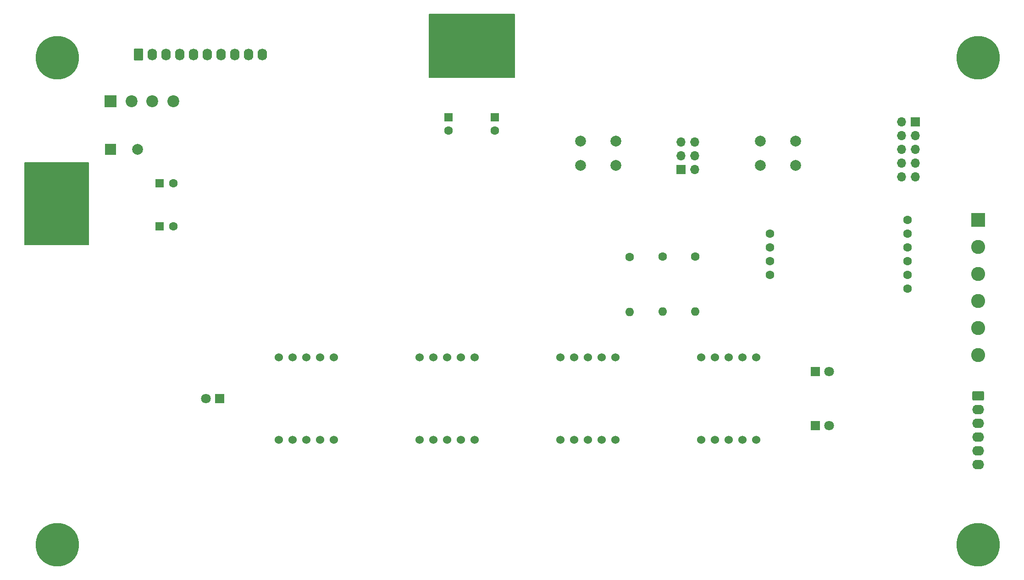
<source format=gbr>
%TF.GenerationSoftware,KiCad,Pcbnew,(6.0.2)*%
%TF.CreationDate,2022-02-26T12:49:07-05:00*%
%TF.ProjectId,digiMatex_DS410,64696769-4d61-4746-9578-5f4453343130,A*%
%TF.SameCoordinates,PX2ebae40PY2255100*%
%TF.FileFunction,Soldermask,Top*%
%TF.FilePolarity,Negative*%
%FSLAX46Y46*%
G04 Gerber Fmt 4.6, Leading zero omitted, Abs format (unit mm)*
G04 Created by KiCad (PCBNEW (6.0.2)) date 2022-02-26 12:49:07*
%MOMM*%
%LPD*%
G01*
G04 APERTURE LIST*
G04 Aperture macros list*
%AMRoundRect*
0 Rectangle with rounded corners*
0 $1 Rounding radius*
0 $2 $3 $4 $5 $6 $7 $8 $9 X,Y pos of 4 corners*
0 Add a 4 corners polygon primitive as box body*
4,1,4,$2,$3,$4,$5,$6,$7,$8,$9,$2,$3,0*
0 Add four circle primitives for the rounded corners*
1,1,$1+$1,$2,$3*
1,1,$1+$1,$4,$5*
1,1,$1+$1,$6,$7*
1,1,$1+$1,$8,$9*
0 Add four rect primitives between the rounded corners*
20,1,$1+$1,$2,$3,$4,$5,0*
20,1,$1+$1,$4,$5,$6,$7,0*
20,1,$1+$1,$6,$7,$8,$9,0*
20,1,$1+$1,$8,$9,$2,$3,0*%
G04 Aperture macros list end*
%ADD10C,0.150000*%
%ADD11C,1.600000*%
%ADD12O,1.600000X1.600000*%
%ADD13C,1.524000*%
%ADD14R,1.600000X1.600000*%
%ADD15R,1.700000X1.700000*%
%ADD16O,1.700000X1.700000*%
%ADD17R,1.800000X1.800000*%
%ADD18C,1.800000*%
%ADD19C,8.000000*%
%ADD20C,2.000000*%
%ADD21R,2.600000X2.600000*%
%ADD22C,2.600000*%
%ADD23C,2.200000*%
%ADD24R,2.200000X2.200000*%
%ADD25RoundRect,0.250000X-0.845000X0.620000X-0.845000X-0.620000X0.845000X-0.620000X0.845000X0.620000X0*%
%ADD26O,2.190000X1.740000*%
%ADD27R,2.000000X2.000000*%
%ADD28RoundRect,0.250000X-0.620000X-0.845000X0.620000X-0.845000X0.620000X0.845000X-0.620000X0.845000X0*%
%ADD29O,1.740000X2.190000*%
G04 APERTURE END LIST*
D10*
X74700000Y-13000000D02*
X90400000Y-13000000D01*
X90400000Y-13000000D02*
X90400000Y-24700000D01*
X90400000Y-24700000D02*
X74700000Y-24700000D01*
X74700000Y-24700000D02*
X74700000Y-13000000D01*
G36*
X74700000Y-13000000D02*
G01*
X90400000Y-13000000D01*
X90400000Y-24700000D01*
X74700000Y-24700000D01*
X74700000Y-13000000D01*
G37*
X0Y-40400000D02*
X11800000Y-40400000D01*
X11800000Y-40400000D02*
X11800000Y-55600000D01*
X11800000Y-55600000D02*
X0Y-55600000D01*
X0Y-55600000D02*
X0Y-40400000D01*
G36*
X0Y-40400000D02*
G01*
X11800000Y-40400000D01*
X11800000Y-55600000D01*
X0Y-55600000D01*
X0Y-40400000D01*
G37*
D11*
%TO.C,R7*%
X111700000Y-57850000D03*
D12*
X111700000Y-68010000D03*
%TD*%
D11*
%TO.C,R6*%
X123800000Y-57820000D03*
D12*
X123800000Y-67980000D03*
%TD*%
%TO.C,R3*%
X117750000Y-67980000D03*
D11*
X117750000Y-57820000D03*
%TD*%
D13*
%TO.C,D4*%
X72920000Y-91620000D03*
X75460000Y-91620000D03*
X78000000Y-91620000D03*
X80540000Y-91620000D03*
X83080000Y-91620000D03*
X83080000Y-76380000D03*
X80540000Y-76380000D03*
X78000000Y-76380000D03*
X75460000Y-76380000D03*
X72920000Y-76380000D03*
%TD*%
D14*
%TO.C,C9*%
X78200000Y-32000000D03*
D11*
X78200000Y-34500000D03*
%TD*%
D14*
%TO.C,C10*%
X86800000Y-32000000D03*
D11*
X86800000Y-34500000D03*
%TD*%
D15*
%TO.C,J3*%
X121175000Y-41725000D03*
D16*
X123715000Y-41725000D03*
X121175000Y-39185000D03*
X123715000Y-39185000D03*
X121175000Y-36645000D03*
X123715000Y-36645000D03*
%TD*%
D17*
%TO.C,D8*%
X146000000Y-89000000D03*
D18*
X148540000Y-89000000D03*
%TD*%
D17*
%TO.C,D6*%
X146000000Y-79000000D03*
D18*
X148540000Y-79000000D03*
%TD*%
D17*
%TO.C,D7*%
X36000000Y-84000000D03*
D18*
X33460000Y-84000000D03*
%TD*%
D13*
%TO.C,D5*%
X46920000Y-91620000D03*
X49460000Y-91620000D03*
X52000000Y-91620000D03*
X54540000Y-91620000D03*
X57080000Y-91620000D03*
X57080000Y-76380000D03*
X54540000Y-76380000D03*
X52000000Y-76380000D03*
X49460000Y-76380000D03*
X46920000Y-76380000D03*
%TD*%
D19*
%TO.C,H1*%
X6000000Y-21000000D03*
%TD*%
D13*
%TO.C,D2*%
X124920000Y-91620000D03*
X127460000Y-91620000D03*
X130000000Y-91620000D03*
X132540000Y-91620000D03*
X135080000Y-91620000D03*
X135080000Y-76380000D03*
X132540000Y-76380000D03*
X130000000Y-76380000D03*
X127460000Y-76380000D03*
X124920000Y-76380000D03*
%TD*%
D20*
%TO.C,SW2*%
X109100000Y-40900000D03*
X102600000Y-40900000D03*
X102600000Y-36400000D03*
X109100000Y-36400000D03*
%TD*%
D13*
%TO.C,D3*%
X98920000Y-91620000D03*
X101460000Y-91620000D03*
X104000000Y-91620000D03*
X106540000Y-91620000D03*
X109080000Y-91620000D03*
X109080000Y-76380000D03*
X106540000Y-76380000D03*
X104000000Y-76380000D03*
X101460000Y-76380000D03*
X98920000Y-76380000D03*
%TD*%
D19*
%TO.C,H3*%
X176000000Y-111000000D03*
%TD*%
%TO.C,H2*%
X6000000Y-111000000D03*
%TD*%
%TO.C,H4*%
X176000000Y-21000000D03*
%TD*%
D20*
%TO.C,SW1*%
X135800000Y-40900000D03*
X142300000Y-40900000D03*
X142300000Y-36400000D03*
X135800000Y-36400000D03*
%TD*%
D15*
%TO.C,J2*%
X164375000Y-32925000D03*
D16*
X161835000Y-32925000D03*
X164375000Y-35465000D03*
X161835000Y-35465000D03*
X164375000Y-38005000D03*
X161835000Y-38005000D03*
X164375000Y-40545000D03*
X161835000Y-40545000D03*
X164375000Y-43085000D03*
X161835000Y-43085000D03*
%TD*%
D21*
%TO.C,J5*%
X175975000Y-51000000D03*
D22*
X175975000Y-56000000D03*
X175975000Y-61000000D03*
X175975000Y-66000000D03*
X175975000Y-71000000D03*
X175975000Y-76000000D03*
%TD*%
D23*
%TO.C,D1*%
X27400000Y-29037500D03*
X23550000Y-29037500D03*
X19700000Y-29037500D03*
D24*
X15850000Y-29037500D03*
%TD*%
D11*
%TO.C,A2*%
X163000000Y-51000000D03*
X163000000Y-53540000D03*
X163000000Y-56080000D03*
X163000000Y-58620000D03*
X163000000Y-61160000D03*
X163000000Y-63700000D03*
X137600000Y-61160000D03*
X137600000Y-58620000D03*
X137600000Y-56080000D03*
X137600000Y-53540000D03*
%TD*%
D25*
%TO.C,J4*%
X176000000Y-83500000D03*
D26*
X176000000Y-86040000D03*
X176000000Y-88580000D03*
X176000000Y-91120000D03*
X176000000Y-93660000D03*
X176000000Y-96200000D03*
%TD*%
D11*
%TO.C,C3*%
X27392621Y-44200000D03*
D14*
X24892621Y-44200000D03*
%TD*%
%TO.C,C4*%
X24917621Y-52200000D03*
D11*
X27417621Y-52200000D03*
%TD*%
D27*
%TO.C,C1*%
X15814823Y-38000000D03*
D20*
X20814823Y-38000000D03*
%TD*%
D28*
%TO.C,J1*%
X21000000Y-20400000D03*
D29*
X23540000Y-20400000D03*
X26080000Y-20400000D03*
X28620000Y-20400000D03*
X31160000Y-20400000D03*
X33700000Y-20400000D03*
X36240000Y-20400000D03*
X38780000Y-20400000D03*
X41320000Y-20400000D03*
X43860000Y-20400000D03*
%TD*%
M02*

</source>
